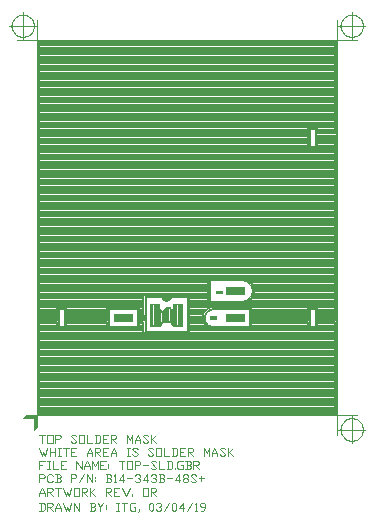
<source format=gbr>
G75*
%IPPOS*%
%FSLAX24Y24*%
%MOIN*%
%ADD10C,0.00100*%
%ADD11C,0.00200*%
%ADD12C,0.00400*%
%ADD13C,0.00800*%
%ADD14C,0.01500*%
%ADD15C,0.02500*%
%ADD16C,0.04000*%
%ADD17C,0.40000*%
%ADD18C,0.20000*%
%ADD19C,0.13838*%
%ADD20C,0.11515*%
%ADD21C,0.09600*%
%ADD22C,0.03800*%
%ADD23C,0.08000*%
%ADD24C,0.12600*%
%ADD25C,0.01300*%
%ADD26C,0.04000*%
%LNGB-TSLD*%
%LPD*%
G54D12*
X71Y-2240D02*
Y-1975D01*
X204D01*
X248Y-2019D01*
Y-2063D01*
X204Y-2108D01*
X71D01*
X513Y-2196D02*
X469Y-2240D01*
X381D01*
X336Y-2196D01*
Y-2019D01*
X381Y-1975D01*
X469D01*
X513Y-2019D01*
X602Y-2240D02*
X734D01*
X779Y-2196D01*
Y-2152D01*
X734Y-2108D01*
X646D01*
X734D02*
X779Y-2063D01*
Y-2019D01*
X734Y-1975D01*
X602D01*
X646D02*
Y-2240D01*
X1133D02*
Y-1975D01*
X1265D01*
X1309Y-2019D01*
Y-2063D01*
X1265Y-2108D01*
X1133D01*
X1398Y-2240D02*
X1575Y-1975D01*
X1663Y-2240D02*
Y-1975D01*
X1840Y-2240D01*
Y-1975D01*
X1929Y-2063D02*
Y-2108D01*
Y-2152D02*
Y-2196D01*
X2283Y-2240D02*
X2415D01*
X2460Y-2196D01*
Y-2152D01*
X2415Y-2108D01*
X2327D01*
X2415D02*
X2460Y-2063D01*
Y-2019D01*
X2415Y-1975D01*
X2283D01*
X2327D02*
Y-2240D01*
X2548Y-2019D02*
X2592Y-1975D01*
Y-2240D01*
X2548D02*
X2637D01*
X2902Y-2152D02*
X2725D01*
X2858Y-1975D01*
Y-2240D01*
X2990Y-2108D02*
X3167D01*
X3256Y-2019D02*
X3300Y-1975D01*
X3389D01*
X3433Y-2019D01*
Y-2063D01*
X3389Y-2108D01*
X3344D01*
X3389D02*
X3433Y-2152D01*
Y-2196D01*
X3389Y-2240D01*
X3300D01*
X3256Y-2196D01*
X3698Y-2152D02*
X3521D01*
X3654Y-1975D01*
Y-2240D01*
X3787Y-2019D02*
X3831Y-1975D01*
X3919D01*
X3964Y-2019D01*
Y-2063D01*
X3919Y-2108D01*
X3875D01*
X3919D02*
X3964Y-2152D01*
Y-2196D01*
X3919Y-2240D01*
X3831D01*
X3787Y-2196D01*
X4052Y-2240D02*
X4185D01*
X4229Y-2196D01*
Y-2152D01*
X4185Y-2108D01*
X4096D01*
X4185D02*
X4229Y-2063D01*
Y-2019D01*
X4185Y-1975D01*
X4052D01*
X4096D02*
Y-2240D01*
X4318Y-2108D02*
X4495D01*
X4760Y-2152D02*
X4583D01*
X4716Y-1975D01*
Y-2240D01*
X4893D02*
X4848Y-2196D01*
Y-2152D01*
X4893Y-2108D01*
X4981D01*
X5025Y-2063D01*
Y-2019D01*
X4981Y-1975D01*
X4893D01*
X4848Y-2019D01*
Y-2063D01*
X4893Y-2108D01*
X4981D02*
X5025Y-2152D01*
Y-2196D01*
X4981Y-2240D01*
X4893D01*
X5114Y-2196D02*
X5158Y-2240D01*
X5247D01*
X5291Y-2196D01*
X5114Y-2019D01*
X5158Y-1975D01*
X5247D01*
X5291Y-2019D01*
X5468Y-2196D02*
Y-2019D01*
X5556Y-2108D02*
X5379D01*
X71Y-648D02*
X248D01*
X159D02*
Y-913D01*
X336D02*
Y-648D01*
X513D01*
Y-913D01*
X336D01*
X602D02*
Y-648D01*
X734D01*
X779Y-692D01*
Y-736D01*
X734Y-781D01*
X602D01*
X1133Y-869D02*
X1177Y-913D01*
X1265D01*
X1309Y-869D01*
X1133Y-692D01*
X1177Y-648D01*
X1265D01*
X1309Y-692D01*
X1398Y-913D02*
Y-648D01*
X1575D01*
Y-913D01*
X1398D01*
X1663Y-648D02*
Y-913D01*
X1840D01*
X1929D02*
X2062D01*
X2106Y-869D01*
Y-692D01*
X2062Y-648D01*
X1929D01*
X1973D02*
Y-913D01*
X2194D02*
Y-648D01*
X2371D01*
X2194Y-781D02*
X2283D01*
X2194Y-913D02*
X2371D01*
X2460D02*
Y-648D01*
X2592D01*
X2637Y-692D01*
Y-736D01*
X2592Y-781D01*
X2460D01*
X2504D02*
X2637Y-913D01*
X2990D02*
Y-648D01*
X3079Y-825D01*
X3167Y-648D01*
Y-913D01*
X3256D02*
Y-825D01*
X3344Y-648D01*
X3433Y-825D01*
Y-913D01*
X3256Y-825D02*
X3433D01*
X3521Y-869D02*
X3566Y-913D01*
X3654D01*
X3698Y-869D01*
X3521Y-692D01*
X3566Y-648D01*
X3654D01*
X3698Y-692D01*
X3787Y-913D02*
Y-648D01*
X3964D02*
X3831Y-781D01*
X3787D01*
X3831D02*
X3964Y-913D01*
X71Y-1798D02*
Y-1533D01*
X248D01*
X71Y-1665D02*
X159D01*
X336Y-1533D02*
X425D01*
X381D02*
Y-1798D01*
X336D02*
X425D01*
X513Y-1533D02*
Y-1798D01*
X690D01*
X779D02*
Y-1533D01*
X956D01*
X779Y-1665D02*
X867D01*
X779Y-1798D02*
X956D01*
X1309D02*
Y-1533D01*
X1486Y-1798D01*
Y-1533D01*
X1575Y-1798D02*
Y-1709D01*
X1663Y-1533D01*
X1752Y-1709D01*
Y-1798D01*
X1575Y-1709D02*
X1752D01*
X1840Y-1798D02*
Y-1533D01*
X1929Y-1709D01*
X2017Y-1533D01*
Y-1798D01*
X2106D02*
Y-1533D01*
X2283D01*
X2106Y-1665D02*
X2194D01*
X2106Y-1798D02*
X2283D01*
X2371Y-1621D02*
Y-1665D01*
Y-1709D02*
Y-1754D01*
X2725Y-1533D02*
X2902D01*
X2814D02*
Y-1798D01*
X2990D02*
Y-1533D01*
X3167D01*
Y-1798D01*
X2990D01*
X3256D02*
Y-1533D01*
X3389D01*
X3433Y-1577D01*
Y-1621D01*
X3389Y-1665D01*
X3256D01*
X3521D02*
X3698D01*
X3787Y-1754D02*
X3831Y-1798D01*
X3919D01*
X3964Y-1754D01*
X3787Y-1577D01*
X3831Y-1533D01*
X3919D01*
X3964Y-1577D01*
X4052Y-1533D02*
Y-1798D01*
X4229D01*
X4318D02*
X4450D01*
X4495Y-1754D01*
Y-1577D01*
X4450Y-1533D01*
X4318D01*
X4362D02*
Y-1798D01*
X4583D02*
Y-1754D01*
X4804Y-1665D02*
X4848D01*
Y-1798D01*
X4716D01*
X4671Y-1754D01*
Y-1577D01*
X4716Y-1533D01*
X4848D01*
X4937Y-1798D02*
X5070D01*
X5114Y-1754D01*
Y-1709D01*
X5070Y-1665D01*
X4981D01*
X5070D02*
X5114Y-1621D01*
Y-1577D01*
X5070Y-1533D01*
X4937D01*
X4981D02*
Y-1798D01*
X5202D02*
Y-1533D01*
X5335D01*
X5379Y-1577D01*
Y-1621D01*
X5335Y-1665D01*
X5202D01*
X5247D02*
X5379Y-1798D01*
X71Y-1090D02*
X159Y-1356D01*
X204Y-1223D01*
X248Y-1356D01*
X336Y-1090D01*
X425Y-1356D02*
Y-1090D01*
Y-1223D02*
X602D01*
Y-1090D02*
Y-1356D01*
X690Y-1090D02*
X779D01*
X734D02*
Y-1356D01*
X690D02*
X779D01*
X867Y-1090D02*
X1044D01*
X956D02*
Y-1356D01*
X1133D02*
Y-1090D01*
X1309D01*
X1133Y-1223D02*
X1221D01*
X1133Y-1356D02*
X1309D01*
X1663D02*
Y-1267D01*
X1752Y-1090D01*
X1840Y-1267D01*
Y-1356D01*
X1663Y-1267D02*
X1840D01*
X1929Y-1356D02*
Y-1090D01*
X2062D01*
X2106Y-1134D01*
Y-1179D01*
X2062Y-1223D01*
X1929D01*
X1973D02*
X2106Y-1356D01*
X2194D02*
Y-1090D01*
X2371D01*
X2194Y-1223D02*
X2283D01*
X2194Y-1356D02*
X2371D01*
X2460D02*
Y-1267D01*
X2548Y-1090D01*
X2637Y-1267D01*
Y-1356D01*
X2460Y-1267D02*
X2637D01*
X2990Y-1090D02*
X3079D01*
X3035D02*
Y-1356D01*
X2990D02*
X3079D01*
X3167Y-1311D02*
X3212Y-1356D01*
X3300D01*
X3344Y-1311D01*
X3167Y-1134D01*
X3212Y-1090D01*
X3300D01*
X3344Y-1134D01*
X3698Y-1311D02*
X3743Y-1356D01*
X3831D01*
X3875Y-1311D01*
X3698Y-1134D01*
X3743Y-1090D01*
X3831D01*
X3875Y-1134D01*
X3964Y-1356D02*
Y-1090D01*
X4141D01*
Y-1356D01*
X3964D01*
X4229Y-1090D02*
Y-1356D01*
X4406D01*
X4495D02*
X4627D01*
X4671Y-1311D01*
Y-1134D01*
X4627Y-1090D01*
X4495D01*
X4539D02*
Y-1356D01*
X4760D02*
Y-1090D01*
X4937D01*
X4760Y-1223D02*
X4848D01*
X4760Y-1356D02*
X4937D01*
X5025D02*
Y-1090D01*
X5158D01*
X5202Y-1134D01*
Y-1179D01*
X5158Y-1223D01*
X5025D01*
X5070D02*
X5202Y-1356D01*
X5556D02*
Y-1090D01*
X5645Y-1267D01*
X5733Y-1090D01*
Y-1356D01*
X5822D02*
Y-1267D01*
X5910Y-1090D01*
X5999Y-1267D01*
Y-1356D01*
X5822Y-1267D02*
X5999D01*
X6087Y-1311D02*
X6131Y-1356D01*
X6220D01*
X6264Y-1311D01*
X6087Y-1134D01*
X6131Y-1090D01*
X6220D01*
X6264Y-1134D01*
X6352Y-1356D02*
Y-1090D01*
X6529D02*
X6397Y-1223D01*
X6352D01*
X6397D02*
X6529Y-1356D01*
X71Y-3181D02*
X204D01*
X248Y-3137D01*
Y-2960D01*
X204Y-2916D01*
X71D01*
X115D02*
Y-3181D01*
X336D02*
Y-2916D01*
X469D01*
X513Y-2960D01*
Y-3004D01*
X469Y-3048D01*
X336D01*
X381D02*
X513Y-3181D01*
X602D02*
Y-3093D01*
X690Y-2916D01*
X779Y-3093D01*
Y-3181D01*
X602Y-3093D02*
X779D01*
X867Y-2916D02*
X956Y-3181D01*
X1000Y-3048D01*
X1044Y-3181D01*
X1133Y-2916D01*
X1221Y-3181D02*
Y-2916D01*
X1398Y-3181D01*
Y-2916D01*
X1752Y-3181D02*
X1885D01*
X1929Y-3137D01*
Y-3093D01*
X1885Y-3048D01*
X1796D01*
X1885D02*
X1929Y-3004D01*
Y-2960D01*
X1885Y-2916D01*
X1752D01*
X1796D02*
Y-3181D01*
X2017Y-2916D02*
X2106Y-3048D01*
Y-3181D01*
Y-3048D02*
X2194Y-2916D01*
X2283Y-3004D02*
Y-3048D01*
Y-3093D02*
Y-3137D01*
X2637Y-2916D02*
X2725D01*
X2681D02*
Y-3181D01*
X2637D02*
X2725D01*
X2814Y-2916D02*
X2990D01*
X2902D02*
Y-3181D01*
X3212Y-3048D02*
X3256D01*
Y-3181D01*
X3123D01*
X3079Y-3137D01*
Y-2960D01*
X3123Y-2916D01*
X3256D01*
X3389Y-3137D02*
Y-3181D01*
X3344Y-3225D01*
X3787Y-3181D02*
X3743Y-3137D01*
Y-2960D01*
X3787Y-2916D01*
X3831D01*
X3875Y-2960D01*
Y-3137D01*
X3831Y-3181D01*
X3787D01*
X3964Y-2960D02*
X4008Y-2916D01*
X4096D01*
X4141Y-2960D01*
Y-3004D01*
X4096Y-3048D01*
X4052D01*
X4096D02*
X4141Y-3093D01*
Y-3137D01*
X4096Y-3181D01*
X4008D01*
X3964Y-3137D01*
X4229Y-3181D02*
X4406Y-2916D01*
X4539Y-3181D02*
X4495Y-3137D01*
Y-2960D01*
X4539Y-2916D01*
X4583D01*
X4627Y-2960D01*
Y-3137D01*
X4583Y-3181D01*
X4539D01*
X4893Y-3093D02*
X4716D01*
X4848Y-2916D01*
Y-3181D01*
X4981D02*
X5158Y-2916D01*
X5247Y-2960D02*
X5291Y-2916D01*
Y-3181D01*
X5247D02*
X5335D01*
X5468D02*
X5512D01*
X5600Y-3093D01*
Y-2960D01*
X5556Y-2916D01*
X5468D01*
X5424Y-2960D01*
Y-3004D01*
X5468Y-3048D01*
X5600D01*
X71Y-2687D02*
Y-2598D01*
X159Y-2421D01*
X248Y-2598D01*
Y-2687D01*
X71Y-2598D02*
X248D01*
X336Y-2687D02*
Y-2421D01*
X469D01*
X513Y-2466D01*
Y-2510D01*
X469Y-2554D01*
X336D01*
X381D02*
X513Y-2687D01*
X602Y-2421D02*
X779D01*
X690D02*
Y-2687D01*
X867Y-2421D02*
X956Y-2687D01*
X1000Y-2554D01*
X1044Y-2687D01*
X1133Y-2421D01*
X1221Y-2687D02*
Y-2421D01*
X1398D01*
Y-2687D01*
X1221D01*
X1486D02*
Y-2421D01*
X1619D01*
X1663Y-2466D01*
Y-2510D01*
X1619Y-2554D01*
X1486D01*
X1531D02*
X1663Y-2687D01*
X1752D02*
Y-2421D01*
X1929D02*
X1796Y-2554D01*
X1752D01*
X1796D02*
X1929Y-2687D01*
X2283D02*
Y-2421D01*
X2415D01*
X2460Y-2466D01*
Y-2510D01*
X2415Y-2554D01*
X2283D01*
X2327D02*
X2460Y-2687D01*
X2548D02*
Y-2421D01*
X2725D01*
X2548Y-2554D02*
X2637D01*
X2548Y-2687D02*
X2725D01*
X2814Y-2421D02*
X2946Y-2687D01*
X3079Y-2421D01*
X3167Y-2687D02*
Y-2643D01*
X3521Y-2687D02*
Y-2421D01*
X3698D01*
Y-2687D01*
X3521D01*
X3787D02*
Y-2421D01*
X3919D01*
X3964Y-2466D01*
Y-2510D01*
X3919Y-2554D01*
X3787D01*
X3831D02*
X3964Y-2687D01*
G54D10*
X-388Y-5D02*
X-483Y-108D01*
X-108D01*
Y-483D01*
X-5Y-388D01*
Y-5D01*
X-388D01*
X-461Y-98D02*
X-483Y-108D01*
X-98Y-461D02*
X-108Y-483D01*
G54D11*
X-384Y-15D02*
X-461Y-98D01*
X-98D01*
Y-461D01*
X-15Y-384D01*
Y-15D01*
X-384D01*
X-415Y-78D02*
X-461Y-98D01*
X-78Y-415D02*
X-98Y-461D01*
G54D12*
X-375Y-35D02*
X-415Y-78D01*
X-78D01*
Y-415D01*
X-35Y-375D01*
Y-35D01*
X-375D01*
X-225Y-35D02*
Y-78D01*
X-263D02*
Y-35D01*
X-301D02*
Y-78D01*
X-339D02*
Y-35D01*
X-377Y-37D02*
Y-78D01*
X-187D02*
Y-35D01*
X-149D02*
Y-78D01*
X-111D02*
Y-35D01*
X-73D02*
Y-410D01*
G54D10*
X-388Y-5D02*
X-483Y-108D01*
X-108D01*
Y-483D01*
X-5Y-388D01*
Y-5D01*
X-388D01*
X-484Y13354D02*
X-543Y13349D01*
X-600Y13335D01*
X-654Y13313D01*
X-704Y13282D01*
X-749Y13244D01*
X-787Y13199D01*
X-818Y13149D01*
X-841Y13095D01*
X-854Y13037D01*
X-859Y12979D01*
D02*
X-854Y12920D01*
X-841Y12863D01*
X-818Y12808D01*
X-787Y12758D01*
X-749Y12713D01*
X-704Y12675D01*
X-654Y12644D01*
X-600Y12622D01*
X-543Y12608D01*
X-484Y12604D01*
Y12979D02*
X-937D01*
X-484Y12604D02*
X-425Y12608D01*
X-368Y12622D01*
X-314Y12644D01*
X-263Y12675D01*
X-219Y12713D01*
X-181Y12758D01*
X-150Y12808D01*
X-127Y12863D01*
X-114Y12920D01*
X-109Y12979D01*
X-484D02*
Y12526D01*
X0Y12500D02*
Y13172D01*
Y12500D02*
X-672D01*
X-109Y12979D02*
X-114Y13037D01*
X-127Y13095D01*
X-150Y13149D01*
X-181Y13199D01*
X-219Y13244D01*
X-263Y13282D01*
X-314Y13313D01*
X-368Y13335D01*
X-425Y13349D01*
X-484Y13354D01*
Y12979D02*
X-31D01*
X-484D02*
Y13432D01*
X10484Y13354D02*
X10543Y13349D01*
X10600Y13335D01*
X10654Y13313D01*
X10704Y13282D01*
X10749Y13244D01*
X10787Y13199D01*
X10818Y13149D01*
X10841Y13095D01*
X10854Y13037D01*
X10859Y12979D01*
D02*
X10854Y12920D01*
X10841Y12863D01*
X10818Y12808D01*
X10787Y12758D01*
X10749Y12713D01*
X10704Y12675D01*
X10654Y12644D01*
X10600Y12622D01*
X10543Y12608D01*
X10484Y12604D01*
Y12979D02*
X10937D01*
X10484Y12604D02*
X10425Y12608D01*
X10368Y12622D01*
X10314Y12644D01*
X10263Y12675D01*
X10219Y12713D01*
X10181Y12758D01*
X10150Y12808D01*
X10127Y12863D01*
X10114Y12920D01*
X10109Y12979D01*
X10484D02*
Y12526D01*
X10000Y12500D02*
Y13172D01*
Y12500D02*
X10672D01*
X10109Y12979D02*
X10114Y13037D01*
X10127Y13095D01*
X10150Y13149D01*
X10181Y13199D01*
X10219Y13244D01*
X10263Y13282D01*
X10314Y13313D01*
X10368Y13335D01*
X10425Y13349D01*
X10484Y13354D01*
Y12979D02*
X10031D01*
X10484D02*
Y13432D01*
Y-854D02*
X10543Y-849D01*
X10600Y-835D01*
X10654Y-813D01*
X10704Y-782D01*
X10749Y-744D01*
X10787Y-699D01*
X10818Y-649D01*
X10841Y-595D01*
X10854Y-537D01*
X10859Y-479D01*
D02*
X10854Y-420D01*
X10841Y-363D01*
X10818Y-308D01*
X10787Y-258D01*
X10749Y-213D01*
X10704Y-175D01*
X10654Y-144D01*
X10600Y-122D01*
X10543Y-108D01*
X10484Y-104D01*
Y-479D02*
X10937D01*
X10484Y-104D02*
X10425Y-108D01*
X10368Y-122D01*
X10314Y-144D01*
X10263Y-175D01*
X10219Y-213D01*
X10181Y-258D01*
X10150Y-308D01*
X10127Y-363D01*
X10114Y-420D01*
X10109Y-479D01*
X10484D02*
Y-26D01*
X10000Y0D02*
Y-672D01*
Y0D02*
X10672D01*
X10109Y-479D02*
X10114Y-537D01*
X10127Y-595D01*
X10150Y-649D01*
X10181Y-699D01*
X10219Y-744D01*
X10263Y-782D01*
X10314Y-813D01*
X10368Y-835D01*
X10425Y-849D01*
X10484Y-854D01*
Y-479D02*
X10031D01*
X10484D02*
Y-932D01*
X4517Y2979D02*
X4825D01*
Y3718D01*
X4520D01*
Y3578D01*
X4501Y3553D01*
X4474Y3543D01*
X4446Y3550D01*
X4425Y3570D01*
X4421Y3590D01*
X4296D01*
X4170Y3463D01*
X4077Y3563D01*
Y3718D01*
X3772D01*
Y2979D01*
X4079D01*
X4167Y3107D01*
X4429D01*
X4517Y2979D01*
G54D11*
X4522Y2989D02*
X4815D01*
Y3708D01*
X4530D01*
Y3575D01*
X4507Y3545D01*
X4474Y3533D01*
X4441Y3541D01*
X4416Y3565D01*
X4413Y3580D01*
X4300D01*
X4170Y3449D01*
X4067Y3559D01*
Y3708D01*
X3782D01*
Y2989D01*
X4074D01*
X4162Y3117D01*
X4434D01*
X4522Y2989D01*
G54D12*
X4533Y3009D02*
X4795D01*
Y3688D01*
X4550D01*
Y3568D01*
X4519Y3528D01*
X4476Y3512D01*
X4431Y3522D01*
X4398Y3555D01*
X4397Y3560D01*
X4309D01*
X4169Y3420D01*
X4047Y3551D01*
Y3688D01*
X3802D01*
Y3009D01*
X4063D01*
X4152Y3137D01*
X4444D01*
X4533Y3009D01*
X4298Y3549D02*
Y3137D01*
X4260D02*
Y3511D01*
X4222Y3473D02*
Y3137D01*
X4184D02*
Y3435D01*
X4146Y3445D02*
Y3129D01*
X4108Y3074D02*
Y3485D01*
X4070Y3526D02*
Y3019D01*
X4032Y3009D02*
Y3688D01*
X3994D02*
Y3009D01*
X3956D02*
Y3688D01*
X3918D02*
Y3009D01*
X3880D02*
Y3688D01*
X3842D02*
Y3009D01*
X3804D02*
Y3688D01*
X4336Y3560D02*
Y3137D01*
X4374D02*
Y3560D01*
X4412Y3541D02*
Y3137D01*
X4450Y3129D02*
Y3518D01*
X4488Y3517D02*
Y3074D01*
X4526Y3019D02*
Y3537D01*
X4564Y3688D02*
Y3009D01*
X4602D02*
Y3688D01*
X4640D02*
Y3009D01*
X4678D02*
Y3688D01*
X4716D02*
Y3009D01*
X4754D02*
Y3688D01*
X4792D02*
Y3009D01*
G54D10*
X4517Y2979D02*
X4825D01*
Y3718D01*
X4520D01*
Y3578D01*
X4501Y3553D01*
X4474Y3543D01*
X4446Y3550D01*
X4425Y3570D01*
X4421Y3590D01*
X4296D01*
X4170Y3463D01*
X4077Y3563D01*
Y3718D01*
X3772D01*
Y2979D01*
X4079D01*
X4167Y3107D01*
X4429D01*
X4517Y2979D01*
X5754Y3210D02*
X5944D01*
Y3290D01*
X5754D01*
Y3210D01*
G54D11*
X5764Y3220D02*
X5934D01*
Y3280D01*
X5764D01*
Y3220D01*
G54D12*
X5784Y3240D02*
X5914D01*
Y3260D01*
X5784D01*
Y3240D01*
X5914Y3250D02*
X5784D01*
G54D10*
X5754Y3210D02*
X5944D01*
Y3290D01*
X5754D01*
Y3210D01*
X5958Y4150D02*
Y4070D01*
X6148D01*
Y4150D01*
X5958D01*
G54D11*
X5968Y4140D02*
Y4080D01*
X6138D01*
Y4140D01*
X5968D01*
G54D12*
X5988Y4120D02*
Y4100D01*
X6118D01*
Y4120D01*
X5988D01*
X6118Y4110D02*
X5988D01*
G54D10*
X5958Y4150D02*
Y4070D01*
X6148D01*
Y4150D01*
X5958D01*
X7063Y3189D02*
Y2967D01*
X5868D01*
X5826Y2970D01*
X5785Y2980D01*
X5746Y2995D01*
X5709Y3016D01*
X5676Y3043D01*
X5647Y3074D01*
X5624Y3109D01*
X5605Y3147D01*
X5593Y3187D01*
X5587Y3229D01*
Y3272D01*
X5593Y3313D01*
X5606Y3354D01*
X5624Y3392D01*
X5648Y3427D01*
X5677Y3458D01*
X5710Y3484D01*
X5746Y3505D01*
X5786Y3520D01*
X5827Y3530D01*
X5869Y3533D01*
X6381D01*
Y3810D01*
X5748D01*
Y4500D01*
X6803D01*
X6852Y4496D01*
X6901Y4486D01*
X6947Y4469D01*
X6990Y4445D01*
X7029Y4416D01*
X7064Y4381D01*
X7093Y4341D01*
X7117Y4298D01*
X7134Y4252D01*
X7145Y4204D01*
X7148Y4155D01*
X7144Y4106D01*
X7134Y4057D01*
X7117Y4011D01*
X7093Y3968D01*
X7064Y3929D01*
X7029Y3894D01*
X6989Y3865D01*
X6946Y3841D01*
X6900Y3824D01*
X6852Y3814D01*
X6803Y3810D01*
X6468D01*
Y3533D01*
X7063D01*
Y3311D01*
X9101D01*
Y3525D01*
X9261D01*
Y3311D01*
X9995D01*
Y9199D01*
X9261D01*
Y8985D01*
X9101D01*
Y9535D01*
X9261D01*
Y9321D01*
X9995D01*
Y12495D01*
X5D01*
Y3311D01*
X739D01*
Y3525D01*
X899D01*
Y3311D01*
X2400D01*
Y3533D01*
X3320D01*
Y3311D01*
X3612D01*
Y3948D01*
X4140D01*
X4147Y3922D01*
X4156Y3900D01*
X4168Y3880D01*
X4183Y3862D01*
X4200Y3847D01*
X4220Y3834D01*
X4241Y3824D01*
X4263Y3817D01*
X4286Y3814D01*
X4309D01*
X4332Y3817D01*
X4355Y3824D01*
X4376Y3834D01*
X4395Y3846D01*
X4413Y3862D01*
X4428Y3880D01*
X4440Y3900D01*
X4449Y3921D01*
X4456Y3948D01*
X4991D01*
Y2819D01*
X3612D01*
Y3189D01*
X3320D01*
Y2967D01*
X2400D01*
Y3189D01*
X899D01*
Y2975D01*
X739D01*
Y3189D01*
X5D01*
Y5D01*
X9995D01*
Y3189D01*
X9261D01*
Y2975D01*
X9101D01*
Y3189D01*
X7063D01*
G54D11*
X7073Y3179D02*
Y2957D01*
X5868D01*
X5824Y2961D01*
X5781Y2970D01*
X5741Y2987D01*
X5703Y3009D01*
X5669Y3036D01*
X5639Y3068D01*
X5615Y3105D01*
X5596Y3144D01*
X5583Y3186D01*
X5577Y3229D01*
Y3273D01*
X5583Y3316D01*
X5597Y3358D01*
X5616Y3397D01*
X5641Y3434D01*
X5670Y3466D01*
X5705Y3493D01*
X5743Y3514D01*
X5784Y3530D01*
X5826Y3540D01*
X5869Y3543D01*
X6371D01*
Y3800D01*
X5738D01*
Y4510D01*
X6804D01*
X6855Y4506D01*
X6904Y4495D01*
X6952Y4477D01*
X6996Y4453D01*
X7036Y4423D01*
X7072Y4387D01*
X7102Y4346D01*
X7126Y4302D01*
X7144Y4254D01*
X7155Y4204D01*
X7158Y4154D01*
X7154Y4103D01*
X7143Y4054D01*
X7125Y4007D01*
X7101Y3962D01*
X7071Y3922D01*
X7035Y3886D01*
X6994Y3856D01*
X6950Y3832D01*
X6902Y3814D01*
X6852Y3804D01*
X6803Y3800D01*
X6478D01*
Y3543D01*
X7073D01*
Y3321D01*
X9091D01*
Y3535D01*
X9271D01*
Y3321D01*
X9985D01*
Y9189D01*
X9271D01*
Y8975D01*
X9091D01*
Y9545D01*
X9271D01*
Y9331D01*
X9985D01*
Y12485D01*
X15D01*
Y3321D01*
X729D01*
Y3535D01*
X909D01*
Y3321D01*
X2390D01*
Y3543D01*
X3330D01*
Y3321D01*
X3602D01*
Y3958D01*
X4147D01*
X4156Y3926D01*
X4164Y3905D01*
X4175Y3887D01*
X4190Y3870D01*
X4206Y3855D01*
X4224Y3843D01*
X4244Y3834D01*
X4264Y3827D01*
X4286Y3824D01*
X4308D01*
X4330Y3827D01*
X4351Y3833D01*
X4370Y3842D01*
X4389Y3854D01*
X4405Y3868D01*
X4419Y3885D01*
X4431Y3903D01*
X4440Y3924D01*
X4449Y3958D01*
X5001D01*
Y2809D01*
X3602D01*
Y3179D01*
X3330D01*
Y2957D01*
X2390D01*
Y3179D01*
X909D01*
Y2965D01*
X729D01*
Y3179D01*
X15D01*
Y15D01*
X9985D01*
Y3179D01*
X9271D01*
Y2965D01*
X9091D01*
Y3179D01*
X7073D01*
G54D12*
X7093Y3159D02*
Y2937D01*
X5866D01*
X5820Y2941D01*
X5774Y2952D01*
X5731Y2969D01*
X5690Y2993D01*
X5654Y3022D01*
X5623Y3057D01*
X5597Y3096D01*
X5577Y3138D01*
X5563Y3183D01*
X5557Y3229D01*
Y3276D01*
X5564Y3322D01*
X5579Y3367D01*
X5599Y3409D01*
X5626Y3447D01*
X5658Y3481D01*
X5695Y3510D01*
X5735Y3533D01*
X5779Y3550D01*
X5825Y3560D01*
X5869Y3563D01*
X6351D01*
Y3780D01*
X5718D01*
Y4530D01*
X6806D01*
X6859Y4526D01*
X6911Y4514D01*
X6961Y4495D01*
X7008Y4469D01*
X7050Y4437D01*
X7088Y4399D01*
X7120Y4356D01*
X7145Y4308D01*
X7164Y4258D01*
X7175Y4206D01*
X7178Y4152D01*
X7174Y4099D01*
X7162Y4047D01*
X7143Y3997D01*
X7117Y3950D01*
X7085Y3908D01*
X7047Y3870D01*
X7004Y3838D01*
X6956Y3813D01*
X6906Y3795D01*
X6854Y3784D01*
X6803Y3780D01*
X6498D01*
Y3563D01*
X7093D01*
Y3341D01*
X9071D01*
Y3555D01*
X9291D01*
Y3341D01*
X9965D01*
Y9169D01*
X9291D01*
Y8955D01*
X9071D01*
Y9565D01*
X9291D01*
Y9351D01*
X9965D01*
Y12465D01*
X35D01*
Y3341D01*
X709D01*
Y3555D01*
X929D01*
Y3341D01*
X2370D01*
Y3563D01*
X3350D01*
Y3341D01*
X3582D01*
Y3978D01*
X4163D01*
X4174Y3933D01*
X4181Y3916D01*
X4191Y3900D01*
X4203Y3885D01*
X4217Y3872D01*
X4232Y3861D01*
X4249Y3853D01*
X4267Y3847D01*
X4286Y3844D01*
X4305D01*
X4324Y3846D01*
X4342Y3851D01*
X4359Y3859D01*
X4375Y3869D01*
X4390Y3881D01*
X4402Y3896D01*
X4412Y3911D01*
X4420Y3929D01*
X4433Y3978D01*
X5021D01*
Y2789D01*
X3582D01*
Y3159D01*
X3350D01*
Y2937D01*
X2370D01*
Y3159D01*
X929D01*
Y2945D01*
X709D01*
Y3159D01*
X35D01*
Y35D01*
X9965D01*
Y3159D01*
X9291D01*
Y2945D01*
X9071D01*
Y3159D01*
X7093D01*
G54D13*
X7133Y3119D02*
Y2897D01*
X5863D01*
X5810Y2902D01*
X5759Y2915D01*
X5710Y2935D01*
X5665Y2962D01*
X5625Y2996D01*
X5589Y3035D01*
X5560Y3079D01*
X5538Y3127D01*
X5524Y3177D01*
X5517Y3230D01*
X5518Y3282D01*
X5526Y3335D01*
X5543Y3384D01*
X5566Y3432D01*
X5597Y3475D01*
X5633Y3513D01*
X5675Y3545D01*
X5721Y3570D01*
X5771Y3589D01*
X5822Y3600D01*
X5869Y3603D01*
X6311D01*
Y3740D01*
X5678D01*
Y4570D01*
X6809D01*
X6868Y4565D01*
X6925Y4551D01*
X6981Y4530D01*
X7032Y4501D01*
X7079Y4465D01*
X7120Y4422D01*
X7155Y4374D01*
X7183Y4322D01*
X7203Y4266D01*
X7214Y4208D01*
X7218Y4149D01*
X7213Y4090D01*
X7199Y4033D01*
X7178Y3978D01*
X7149Y3926D01*
X7113Y3879D01*
X7070Y3838D01*
X7023Y3803D01*
X6970Y3775D01*
X6914Y3755D01*
X6857Y3744D01*
X6803Y3740D01*
X6538D01*
Y3603D01*
X7133D01*
Y3381D01*
X9031D01*
Y3595D01*
X9331D01*
Y3381D01*
X9925D01*
Y9129D01*
X9331D01*
Y8915D01*
X9031D01*
Y9605D01*
X9331D01*
Y9391D01*
X9925D01*
Y12425D01*
X75D01*
Y3381D01*
X669D01*
Y3595D01*
X969D01*
Y3381D01*
X2330D01*
Y3603D01*
X3390D01*
Y3381D01*
X3542D01*
Y4018D01*
X4194D01*
X4211Y3949D01*
X4216Y3936D01*
X4222Y3925D01*
X4230Y3914D01*
X4240Y3905D01*
X4250Y3897D01*
X4262Y3891D01*
X4274Y3886D01*
X4287Y3884D01*
X4300Y3883D01*
X4313Y3884D01*
X4326Y3888D01*
X4338Y3892D01*
X4349Y3899D01*
X4360Y3908D01*
X4369Y3917D01*
X4376Y3928D01*
X4382Y3939D01*
X4403Y4018D01*
X5061D01*
Y2749D01*
X3542D01*
Y3119D01*
X3390D01*
Y2897D01*
X2330D01*
Y3119D01*
X969D01*
Y2905D01*
X669D01*
Y3119D01*
X75D01*
Y75D01*
X9925D01*
Y3119D01*
X9331D01*
Y2905D01*
X9031D01*
Y3119D01*
X7133D01*
X9925Y6250D02*
X75D01*
Y6326D02*
X9925D01*
Y6402D02*
X75D01*
Y6478D02*
X9925D01*
Y6554D02*
X75D01*
Y6630D02*
X9925D01*
Y6706D02*
X75D01*
Y6782D02*
X9925D01*
Y6858D02*
X75D01*
Y6934D02*
X9925D01*
Y7010D02*
X75D01*
Y7086D02*
X9925D01*
Y7162D02*
X75D01*
Y7238D02*
X9925D01*
Y7314D02*
X75D01*
Y7390D02*
X9925D01*
Y7466D02*
X75D01*
Y7542D02*
X9925D01*
Y7618D02*
X75D01*
Y7694D02*
X9925D01*
Y7770D02*
X75D01*
Y7846D02*
X9925D01*
Y7922D02*
X75D01*
Y7998D02*
X9925D01*
Y8074D02*
X75D01*
Y8150D02*
X9925D01*
Y8226D02*
X75D01*
Y8302D02*
X9925D01*
Y8378D02*
X75D01*
Y8454D02*
X9925D01*
Y8530D02*
X75D01*
Y8606D02*
X9925D01*
Y8682D02*
X75D01*
Y8758D02*
X9925D01*
Y8834D02*
X75D01*
Y8910D02*
X9925D01*
X9031Y8986D02*
X75D01*
X9331D02*
X9925D01*
X9031Y9062D02*
X75D01*
X9331D02*
X9925D01*
X9031Y9138D02*
X75D01*
Y9214D02*
X9031D01*
Y9290D02*
X75D01*
Y9366D02*
X9031D01*
Y9442D02*
X75D01*
X9331D02*
X9925D01*
X9031Y9518D02*
X75D01*
X9331D02*
X9925D01*
X9031Y9594D02*
X75D01*
X9331D02*
X9925D01*
Y9670D02*
X75D01*
Y9746D02*
X9925D01*
Y9822D02*
X75D01*
Y9898D02*
X9925D01*
Y9974D02*
X75D01*
Y10050D02*
X9925D01*
Y10126D02*
X75D01*
Y10202D02*
X9925D01*
Y10278D02*
X75D01*
Y10354D02*
X9925D01*
Y10430D02*
X75D01*
Y10506D02*
X9925D01*
Y10582D02*
X75D01*
Y10658D02*
X9925D01*
Y10734D02*
X75D01*
Y10810D02*
X9925D01*
Y10886D02*
X75D01*
Y10962D02*
X9925D01*
Y11038D02*
X75D01*
Y11114D02*
X9925D01*
Y11190D02*
X75D01*
Y11266D02*
X9925D01*
Y11342D02*
X75D01*
Y11418D02*
X9925D01*
Y11494D02*
X75D01*
Y11570D02*
X9925D01*
Y11646D02*
X75D01*
Y11722D02*
X9925D01*
Y11798D02*
X75D01*
Y11874D02*
X9925D01*
Y11950D02*
X75D01*
Y12026D02*
X9925D01*
Y12102D02*
X75D01*
Y12178D02*
X9925D01*
Y12254D02*
X75D01*
Y12330D02*
X9925D01*
Y12406D02*
X75D01*
Y6174D02*
X9925D01*
Y6098D02*
X75D01*
Y6022D02*
X9925D01*
Y5946D02*
X75D01*
Y5870D02*
X9925D01*
Y5794D02*
X75D01*
Y5718D02*
X9925D01*
Y5642D02*
X75D01*
Y5566D02*
X9925D01*
Y5490D02*
X75D01*
Y5414D02*
X9925D01*
Y5338D02*
X75D01*
Y5262D02*
X9925D01*
Y5186D02*
X75D01*
Y5110D02*
X9925D01*
Y5034D02*
X75D01*
Y4958D02*
X9925D01*
Y4882D02*
X75D01*
Y4806D02*
X9925D01*
Y4730D02*
X75D01*
Y4654D02*
X9925D01*
Y4578D02*
X75D01*
Y4502D02*
X5678D01*
X7030D02*
X9925D01*
X5678Y4426D02*
X75D01*
X7117D02*
X9925D01*
X5678Y4350D02*
X75D01*
X7168D02*
X9925D01*
X5678Y4274D02*
X75D01*
X7200D02*
X9925D01*
X5678Y4198D02*
X75D01*
X7215D02*
X9925D01*
X5678Y4122D02*
X75D01*
X7216D02*
X9925D01*
X5678Y4046D02*
X75D01*
X7203D02*
X9925D01*
X3542Y3970D02*
X75D01*
X4206D02*
X4390D01*
X5061D02*
X5678D01*
X7174D02*
X9925D01*
X3542Y3894D02*
X75D01*
X4256D02*
X4341D01*
X5061D02*
X5678D01*
X7124D02*
X9925D01*
X3542Y3818D02*
X75D01*
X5061D02*
X5678D01*
X7043D02*
X9925D01*
X3542Y3742D02*
X75D01*
X5061D02*
X5678D01*
X6832D02*
X9925D01*
X3542Y3666D02*
X75D01*
X5061D02*
X6311D01*
X6538D02*
X9925D01*
X669Y3590D02*
X75D01*
X969D02*
X2330D01*
X3390D02*
X3542D01*
X5061D02*
X5776D01*
X7133D02*
X9031D01*
X9331D02*
X9925D01*
X669Y3514D02*
X75D01*
X969D02*
X2330D01*
X3390D02*
X3542D01*
X5061D02*
X5635D01*
X7133D02*
X9031D01*
X9331D02*
X9925D01*
X669Y3438D02*
X75D01*
X969D02*
X2330D01*
X3390D02*
X3542D01*
X5061D02*
X5571D01*
X7133D02*
X9031D01*
X9331D02*
X9925D01*
X5535Y3362D02*
X5061D01*
Y3286D02*
X5518D01*
X5519Y3210D02*
X5061D01*
Y3134D02*
X5536D01*
X669Y3058D02*
X75D01*
X969D02*
X2330D01*
X3390D02*
X3542D01*
X5061D02*
X5574D01*
X7133D02*
X9031D01*
X9331D02*
X9925D01*
X669Y2982D02*
X75D01*
X969D02*
X2330D01*
X3390D02*
X3542D01*
X5061D02*
X5641D01*
X7133D02*
X9031D01*
X9331D02*
X9925D01*
X669Y2906D02*
X75D01*
X969D02*
X2330D01*
X3390D02*
X3542D01*
X5061D02*
X5795D01*
X7133D02*
X9031D01*
X9331D02*
X9925D01*
X3542Y2830D02*
X75D01*
X5061D02*
X9925D01*
X3542Y2754D02*
X75D01*
X5061D02*
X9925D01*
Y2678D02*
X75D01*
Y2602D02*
X9925D01*
Y2526D02*
X75D01*
Y2450D02*
X9925D01*
Y2374D02*
X75D01*
Y2298D02*
X9925D01*
Y2222D02*
X75D01*
Y2146D02*
X9925D01*
Y2070D02*
X75D01*
Y1994D02*
X9925D01*
Y1918D02*
X75D01*
Y1842D02*
X9925D01*
Y1766D02*
X75D01*
Y1690D02*
X9925D01*
Y1614D02*
X75D01*
Y1538D02*
X9925D01*
Y1462D02*
X75D01*
Y1386D02*
X9925D01*
Y1310D02*
X75D01*
Y1234D02*
X9925D01*
Y1158D02*
X75D01*
Y1082D02*
X9925D01*
Y1006D02*
X75D01*
Y930D02*
X9925D01*
Y854D02*
X75D01*
Y778D02*
X9925D01*
Y702D02*
X75D01*
Y626D02*
X9925D01*
Y550D02*
X75D01*
Y474D02*
X9925D01*
Y398D02*
X75D01*
Y322D02*
X9925D01*
Y246D02*
X75D01*
Y170D02*
X9925D01*
Y94D02*
X75D01*
G54D10*
X7063Y3189D02*
Y2967D01*
X5868D01*
X5826Y2970D01*
X5785Y2980D01*
X5746Y2995D01*
X5709Y3016D01*
X5676Y3043D01*
X5647Y3074D01*
X5624Y3109D01*
X5605Y3147D01*
X5593Y3187D01*
X5587Y3229D01*
Y3272D01*
X5593Y3313D01*
X5606Y3354D01*
X5624Y3392D01*
X5648Y3427D01*
X5677Y3458D01*
X5710Y3484D01*
X5746Y3505D01*
X5786Y3520D01*
X5827Y3530D01*
X5869Y3533D01*
X6381D01*
Y3810D01*
X5748D01*
Y4500D01*
X6803D01*
X6852Y4496D01*
X6901Y4486D01*
X6947Y4469D01*
X6990Y4445D01*
X7029Y4416D01*
X7064Y4381D01*
X7093Y4341D01*
X7117Y4298D01*
X7134Y4252D01*
X7145Y4204D01*
X7148Y4155D01*
X7144Y4106D01*
X7134Y4057D01*
X7117Y4011D01*
X7093Y3968D01*
X7064Y3929D01*
X7029Y3894D01*
X6989Y3865D01*
X6946Y3841D01*
X6900Y3824D01*
X6852Y3814D01*
X6803Y3810D01*
X6468D01*
Y3533D01*
X7063D01*
Y3311D01*
X9101D01*
Y3525D01*
X9261D01*
Y3311D01*
X9995D01*
Y9199D01*
X9261D01*
Y8985D01*
X9101D01*
Y9535D01*
X9261D01*
Y9321D01*
X9995D01*
Y12495D01*
X5D01*
Y3311D01*
X739D01*
Y3525D01*
X899D01*
Y3311D01*
X2400D01*
Y3533D01*
X3320D01*
Y3311D01*
X3612D01*
Y3948D01*
X4140D01*
X4147Y3922D01*
X4156Y3900D01*
X4168Y3880D01*
X4183Y3862D01*
X4200Y3847D01*
X4220Y3834D01*
X4241Y3824D01*
X4263Y3817D01*
X4286Y3814D01*
X4309D01*
X4332Y3817D01*
X4355Y3824D01*
X4376Y3834D01*
X4395Y3846D01*
X4413Y3862D01*
X4428Y3880D01*
X4440Y3900D01*
X4449Y3921D01*
X4456Y3948D01*
X4991D01*
Y2819D01*
X3612D01*
Y3189D01*
X3320D01*
Y2967D01*
X2400D01*
Y3189D01*
X899D01*
Y2975D01*
X739D01*
Y3189D01*
X5D01*
Y5D01*
X9995D01*
Y3189D01*
X9261D01*
Y2975D01*
X9101D01*
Y3189D01*
X7063D01*
X5Y3199D02*
X739D01*
Y3301D01*
X5D01*
Y3199D01*
G54D11*
X15Y3209D02*
X729D01*
Y3291D01*
X15D01*
Y3209D01*
G54D12*
X35Y3229D02*
X709D01*
Y3271D01*
X35D01*
Y3229D01*
X709Y3250D02*
X35D01*
G54D10*
X5Y3199D02*
X739D01*
Y3301D01*
X5D01*
Y3199D01*
X899D02*
X2400D01*
Y3301D01*
X899D01*
Y3199D01*
G54D11*
X909Y3209D02*
X2390D01*
Y3291D01*
X909D01*
Y3209D01*
G54D12*
X929Y3229D02*
X2370D01*
Y3271D01*
X929D01*
Y3229D01*
X2370Y3250D02*
X929D01*
G54D10*
X899Y3199D02*
X2400D01*
Y3301D01*
X899D01*
Y3199D01*
X3320D02*
X3612D01*
Y3301D01*
X3320D01*
Y3199D01*
G54D11*
X3330Y3209D02*
X3602D01*
Y3291D01*
X3330D01*
Y3209D01*
G54D12*
X3350Y3229D02*
X3582D01*
Y3271D01*
X3350D01*
Y3229D01*
X3582Y3250D02*
X3350D01*
G54D10*
X3320Y3199D02*
X3612D01*
Y3301D01*
X3320D01*
Y3199D01*
X6391Y3533D02*
X6458D01*
Y3810D01*
X6391D01*
Y3533D01*
G54D11*
X6401Y3543D02*
X6448D01*
Y3800D01*
X6401D01*
Y3543D01*
G54D12*
X6421Y3563D02*
X6428D01*
Y3780D01*
X6421D01*
Y3563D01*
X6425Y3780D02*
Y3563D01*
G54D10*
X6391Y3533D02*
X6458D01*
Y3810D01*
X6391D01*
Y3533D01*
X7063Y3199D02*
X9101D01*
Y3301D01*
X7063D01*
Y3199D01*
G54D11*
X7073Y3209D02*
X9091D01*
Y3291D01*
X7073D01*
Y3209D01*
G54D12*
X7093Y3229D02*
X9071D01*
Y3271D01*
X7093D01*
Y3229D01*
X9071Y3250D02*
X7093D01*
G54D10*
X7063Y3199D02*
X9101D01*
Y3301D01*
X7063D01*
Y3199D01*
X9261D02*
X9995D01*
Y3301D01*
X9261D01*
Y3199D01*
G54D11*
X9271Y3209D02*
X9985D01*
Y3291D01*
X9271D01*
Y3209D01*
G54D12*
X9291Y3229D02*
X9965D01*
Y3271D01*
X9291D01*
Y3229D01*
X9965Y3250D02*
X9291D01*
G54D10*
X9261Y3199D02*
X9995D01*
Y3301D01*
X9261D01*
Y3199D01*
Y9209D02*
X9995D01*
Y9311D01*
X9261D01*
Y9209D01*
G54D11*
X9271Y9219D02*
X9985D01*
Y9301D01*
X9271D01*
Y9219D01*
G54D12*
X9291Y9239D02*
X9965D01*
Y9281D01*
X9291D01*
Y9239D01*
X9965Y9260D02*
X9291D01*
G54D10*
X9261Y9209D02*
X9995D01*
Y9311D01*
X9261D01*
Y9209D01*
X2560Y3127D02*
X3160D01*
Y3373D01*
X2560D01*
Y3127D01*
G54D11*
X2570Y3137D02*
X3150D01*
Y3363D01*
X2570D01*
Y3137D01*
G54D12*
X2590Y3157D02*
X3130D01*
Y3343D01*
X2590D01*
Y3157D01*
G54D13*
X2630Y3197D02*
X3090D01*
Y3303D01*
X2630D01*
Y3197D01*
X3090Y3250D02*
X2630D01*
G54D10*
X2560Y3127D02*
X3160D01*
Y3373D01*
X2560D01*
Y3127D01*
X6304Y4032D02*
X6904D01*
Y4278D01*
X6304D01*
Y4032D01*
G54D11*
X6314Y4042D02*
X6894D01*
Y4268D01*
X6314D01*
Y4042D01*
G54D12*
X6334Y4062D02*
X6874D01*
Y4248D01*
X6334D01*
Y4062D01*
G54D13*
X6374Y4102D02*
X6834D01*
Y4208D01*
X6374D01*
Y4102D01*
X6834Y4155D02*
X6374D01*
G54D10*
X6304Y4032D02*
X6904D01*
Y4278D01*
X6304D01*
Y4032D01*
X6302Y3127D02*
X6903D01*
Y3373D01*
X6302D01*
Y3127D01*
G54D11*
X6312Y3137D02*
X6893D01*
Y3363D01*
X6312D01*
Y3137D01*
G54D12*
X6332Y3157D02*
X6873D01*
Y3343D01*
X6332D01*
Y3157D01*
G54D13*
X6372Y3197D02*
X6833D01*
Y3303D01*
X6372D01*
Y3197D01*
X6833Y3250D02*
X6372D01*
G54D10*
X6302Y3127D02*
X6903D01*
Y3373D01*
X6302D01*
Y3127D01*
M02*


	THIS DOCUMENT AND ITS CONTENTS ARE OWNED BY, AND ARE
THE CONFIDENTIAL AND PROPRIETARY INFORMATION OF, MINI-CIRCUITS
("CONFIDENTIAL INFORMATION") AND MINI-CIRCUITS RESERVES ALL
DESIGN, USE, MANUFACTURING AND REPRODUCTION RIGHTS THERETO.
UNLESS OTHERWISE EXPRESSLY AGREED TO IN WRITING BY MINI-
CIRCUITS, THE CONFIDENTIAL INFROMATION WILL: (i) BE USED BY MINI-
CIRCUITS' VENDORS, VENDEES, OR THE UNITED STATES GOVERNMENT
("RECEIVING PARTY") SOLELY TO PROMOTE THE COMMERCIAL
RELATIONSHIP BETWEEN RECEIVING PARTY AND MINI-CIRCUITS
("PURPOSE") AND THEN ONLY TO THE EXTENT SPECIFIED BY MINI-
CIRCUITS; (ii) NOT BE USED FOR ANY OTHER PURPOSE AND NOT BE USED
IN ANY WAY DETRIMENTAL TO MINI-CIRCUITS OR TO COMPETE AGAINST
MINI-CIRCUITS; AND (iii) BE KEPT CONFIDENTIAL BY THE RECEIVING PARTY
AND RECEIVING PARTY AGREES NOT TO DISCLOSE THE CONFIDENTIAL
INFORMATION TO ANY THIRD PARTY.

</source>
